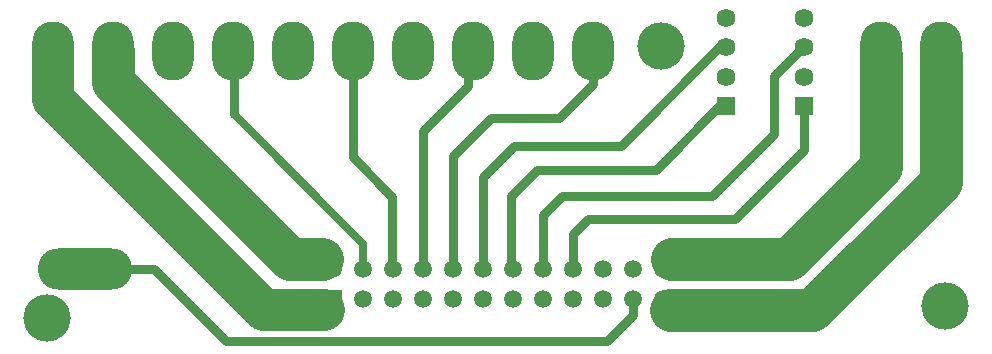
<source format=gtl>
G04*
G04 #@! TF.GenerationSoftware,Altium Limited,Altium Designer,21.1.1 (26)*
G04*
G04 Layer_Physical_Order=1*
G04 Layer_Color=255*
%FSLAX44Y44*%
%MOMM*%
G71*
G04*
G04 #@! TF.SameCoordinates,65E10137-90F4-4A2F-8919-124282B39340*
G04*
G04*
G04 #@! TF.FilePolarity,Positive*
G04*
G01*
G75*
%ADD10O,8.0000X3.5000*%
%ADD11C,0.7620*%
%ADD12C,3.6068*%
%ADD13C,0.6350*%
%ADD14C,3.5560*%
%ADD15C,4.0000*%
%ADD16O,3.5000X5.0000*%
%ADD17R,1.5900X1.5900*%
%ADD18C,1.5900*%
%ADD19C,1.5000*%
%ADD20R,1.5000X1.5000*%
D10*
X77250Y76250D02*
D03*
D11*
X363200Y193450D02*
X401388Y231638D01*
Y261088D01*
X401550Y261250D01*
X303600Y261000D02*
X303750Y260850D01*
Y171250D02*
X337250Y137750D01*
X303750Y171250D02*
Y260850D01*
X506800Y232800D02*
Y261250D01*
X420500Y204250D02*
X478250D01*
X506800Y232800D01*
X388600Y172350D02*
X420500Y204250D01*
X627250Y118500D02*
X685750Y177000D01*
X560000Y160000D02*
X615000Y215000D01*
X607750Y138250D02*
X660500Y191000D01*
X685750Y177000D02*
Y213070D01*
X660500Y240000D02*
X685750Y265250D01*
X660500Y191000D02*
Y240000D01*
X615000Y265000D02*
X620000D01*
X531000Y181000D02*
X615000Y265000D01*
Y215000D02*
X620000D01*
X437750Y138250D02*
X459500Y160000D01*
X490200Y106200D02*
X502500Y118500D01*
X480500Y138250D02*
X607750D01*
X490200Y76150D02*
Y106200D01*
X464800Y76150D02*
Y122550D01*
X480500Y138250D01*
X459500Y160000D02*
X560000D01*
X440250Y181000D02*
X531000D01*
X437750Y77800D02*
Y138250D01*
X502500Y118500D02*
X627250D01*
X413750Y154500D02*
X440250Y181000D01*
X413750Y76400D02*
Y154500D01*
X388600Y76150D02*
Y172350D01*
X337250Y76700D02*
Y137750D01*
X363200Y76150D02*
Y193450D01*
X77250Y76250D02*
X135250D01*
X196000Y15500D01*
X519250D02*
X541000Y37250D01*
X196000Y15500D02*
X519250D01*
X541000Y37250D02*
Y50750D01*
X202000Y261250D02*
X202750Y260500D01*
Y207500D02*
Y260500D01*
D12*
X573770Y84750D02*
X673000D01*
X250250D02*
X278000D01*
X692746Y41496D02*
X801750Y150500D01*
X751000Y162750D02*
Y258034D01*
X673000Y84750D02*
X751000Y162750D01*
X801750Y150500D02*
Y257615D01*
X573000Y41496D02*
X692746D01*
X100250Y234750D02*
X250250Y84750D01*
X100250Y234750D02*
Y261215D01*
D13*
X413750Y76400D02*
X414000Y76150D01*
X437750Y77800D02*
X439400Y76150D01*
X312400D02*
Y97850D01*
X337250Y76700D02*
X337800Y76150D01*
X202750Y207500D02*
X312400Y97850D01*
D14*
X228250Y41750D02*
X279000D01*
X49730Y220270D02*
X228250Y41750D01*
X49730Y220270D02*
Y260935D01*
X49450Y261215D02*
X49730Y260935D01*
D15*
X45000Y35000D02*
D03*
X565000Y265000D02*
D03*
X805000Y45000D02*
D03*
D16*
X151200Y261000D02*
D03*
X202000D02*
D03*
X252800D02*
D03*
X751000D02*
D03*
X801800D02*
D03*
X100250D02*
D03*
X49450D02*
D03*
X303600D02*
D03*
X354400D02*
D03*
X405200D02*
D03*
X456000D02*
D03*
X506800D02*
D03*
D17*
X620000Y214205D02*
D03*
X685750D02*
D03*
D18*
X620000Y239205D02*
D03*
Y264205D02*
D03*
Y289205D02*
D03*
X685750Y239205D02*
D03*
Y264205D02*
D03*
Y289205D02*
D03*
D19*
X566400Y76150D02*
D03*
Y50750D02*
D03*
X541000Y76150D02*
D03*
Y50750D02*
D03*
X515600Y76150D02*
D03*
Y50750D02*
D03*
X490200Y76150D02*
D03*
Y50750D02*
D03*
X464800Y76150D02*
D03*
Y50750D02*
D03*
X439400Y76150D02*
D03*
Y50750D02*
D03*
X414000Y76150D02*
D03*
Y50750D02*
D03*
X388600Y76150D02*
D03*
Y50750D02*
D03*
X363200Y76150D02*
D03*
Y50750D02*
D03*
X337800Y76150D02*
D03*
Y50750D02*
D03*
X312400Y76150D02*
D03*
Y50750D02*
D03*
X287000Y76150D02*
D03*
D20*
Y50750D02*
D03*
M02*

</source>
